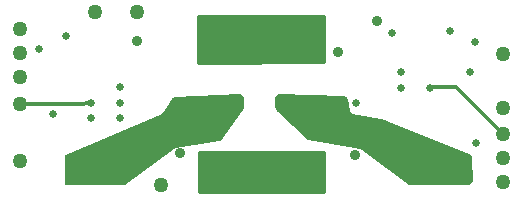
<source format=gbr>
G04 #@! TF.GenerationSoftware,KiCad,Pcbnew,(5.0.0)*
G04 #@! TF.CreationDate,2019-06-25T10:28:51-07:00*
G04 #@! TF.ProjectId,Buffer,4275666665722E6B696361645F706362,rev?*
G04 #@! TF.SameCoordinates,Original*
G04 #@! TF.FileFunction,Copper,L4,Bot,Signal*
G04 #@! TF.FilePolarity,Positive*
%FSLAX46Y46*%
G04 Gerber Fmt 4.6, Leading zero omitted, Abs format (unit mm)*
G04 Created by KiCad (PCBNEW (5.0.0)) date 06/25/19 10:28:51*
%MOMM*%
%LPD*%
G01*
G04 APERTURE LIST*
G04 #@! TA.AperFunction,ComponentPad*
%ADD10C,1.016000*%
G04 #@! TD*
G04 #@! TA.AperFunction,ComponentPad*
%ADD11C,1.270000*%
G04 #@! TD*
G04 #@! TA.AperFunction,SMDPad,CuDef*
%ADD12R,5.080000X2.540000*%
G04 #@! TD*
G04 #@! TA.AperFunction,ViaPad*
%ADD13C,0.635000*%
G04 #@! TD*
G04 #@! TA.AperFunction,ViaPad*
%ADD14C,1.270000*%
G04 #@! TD*
G04 #@! TA.AperFunction,ViaPad*
%ADD15C,0.889000*%
G04 #@! TD*
G04 #@! TA.AperFunction,Conductor*
%ADD16C,0.330200*%
G04 #@! TD*
G04 #@! TA.AperFunction,Conductor*
%ADD17C,0.254000*%
G04 #@! TD*
G04 APERTURE END LIST*
D10*
G04 #@! TO.P,TP2,1*
G04 #@! TO.N,/GNDA1*
X19750000Y12300000D03*
G04 #@! TD*
D11*
G04 #@! TO.P,TP1,1*
G04 #@! TO.N,/GNDA1*
X9906000Y15494000D03*
G04 #@! TD*
D12*
G04 #@! TO.P,TP8,1*
G04 #@! TO.N,/GNDA1*
X20434300Y13096900D03*
G04 #@! TD*
D10*
G04 #@! TO.P,TP2,1*
G04 #@! TO.N,/GNDA1*
X21082000Y12334900D03*
G04 #@! TD*
G04 #@! TO.P,TP2,1*
G04 #@! TO.N,/GNDA1*
X18415000Y12334900D03*
G04 #@! TD*
G04 #@! TO.P,TP2,1*
G04 #@! TO.N,/GNDA1*
X18415000Y13604900D03*
G04 #@! TD*
G04 #@! TO.P,TP2,1*
G04 #@! TO.N,/GNDA1*
X22415500Y12334900D03*
G04 #@! TD*
G04 #@! TO.P,TP2,1*
G04 #@! TO.N,/GNDA1*
X21082000Y13604900D03*
G04 #@! TD*
G04 #@! TO.P,TP2,1*
G04 #@! TO.N,/GNDA1*
X22415500Y13604900D03*
G04 #@! TD*
G04 #@! TO.P,TP2,1*
G04 #@! TO.N,/GNDA1*
X19748500Y13604900D03*
G04 #@! TD*
G04 #@! TO.P,TP2,1*
G04 #@! TO.N,/Vc2Pos*
X21082000Y1397000D03*
G04 #@! TD*
G04 #@! TO.P,TP2,1*
G04 #@! TO.N,/Vc2Pos*
X22415500Y1397000D03*
G04 #@! TD*
G04 #@! TO.P,TP2,1*
G04 #@! TO.N,/LfNeg*
X8318500Y1397000D03*
G04 #@! TD*
G04 #@! TO.P,TP2,1*
G04 #@! TO.N,/CfNeg*
X37528500Y1397000D03*
G04 #@! TD*
G04 #@! TO.P,TP2,1*
G04 #@! TO.N,/CfNeg*
X36195000Y1397000D03*
G04 #@! TD*
G04 #@! TO.P,TP2,1*
G04 #@! TO.N,/CfNeg*
X33528000Y2667000D03*
G04 #@! TD*
G04 #@! TO.P,TP2,1*
G04 #@! TO.N,/CfNeg*
X33528000Y1397000D03*
G04 #@! TD*
G04 #@! TO.P,TP2,1*
G04 #@! TO.N,/CfNeg*
X36195000Y2667000D03*
G04 #@! TD*
G04 #@! TO.P,TP2,1*
G04 #@! TO.N,/CfNeg*
X34861500Y2667000D03*
G04 #@! TD*
G04 #@! TO.P,TP2,1*
G04 #@! TO.N,/CfNeg*
X34861500Y1397000D03*
G04 #@! TD*
G04 #@! TO.P,TP2,1*
G04 #@! TO.N,/CfNeg*
X37528500Y2667000D03*
G04 #@! TD*
D11*
G04 #@! TO.P,TP11,1*
G04 #@! TO.N,/PWMA2*
X40894000Y7366000D03*
G04 #@! TD*
D10*
G04 #@! TO.P,TP2,1*
G04 #@! TO.N,/Vc2Pos*
X19748500Y1397000D03*
G04 #@! TD*
G04 #@! TO.P,TP2,1*
G04 #@! TO.N,/Vc2Pos*
X18415000Y1397000D03*
G04 #@! TD*
G04 #@! TO.P,TP2,1*
G04 #@! TO.N,/Vc2Pos*
X22415500Y2667000D03*
G04 #@! TD*
G04 #@! TO.P,TP2,1*
G04 #@! TO.N,/Vc2Pos*
X21082000Y2667000D03*
G04 #@! TD*
G04 #@! TO.P,TP2,1*
G04 #@! TO.N,/Vc2Pos*
X19748500Y2667000D03*
G04 #@! TD*
G04 #@! TO.P,TP2,1*
G04 #@! TO.N,/Vc2Pos*
X18415000Y2667000D03*
G04 #@! TD*
G04 #@! TO.P,TP2,1*
G04 #@! TO.N,/LfNeg*
X6985000Y2667000D03*
G04 #@! TD*
G04 #@! TO.P,TP2,1*
G04 #@! TO.N,/LfNeg*
X5638800Y2667000D03*
G04 #@! TD*
G04 #@! TO.P,TP2,1*
G04 #@! TO.N,/LfNeg*
X8318500Y2667000D03*
G04 #@! TD*
G04 #@! TO.P,TP2,1*
G04 #@! TO.N,/LfNeg*
X6985000Y1397000D03*
G04 #@! TD*
G04 #@! TO.P,TP2,1*
G04 #@! TO.N,/LfNeg*
X5651500Y1397000D03*
G04 #@! TD*
G04 #@! TO.P,TP2,1*
G04 #@! TO.N,/LfNeg*
X4318000Y2667000D03*
G04 #@! TD*
G04 #@! TO.P,TP2,1*
G04 #@! TO.N,/LfNeg*
X4318000Y1397000D03*
G04 #@! TD*
D12*
G04 #@! TO.P,TP12,1*
G04 #@! TO.N,/LfNeg*
X6350000Y2159000D03*
G04 #@! TD*
G04 #@! TO.P,TP13,1*
G04 #@! TO.N,/CfNeg*
X35560000Y2159000D03*
G04 #@! TD*
D11*
G04 #@! TO.P,TP16,1*
G04 #@! TO.N,/GNDI*
X0Y12065000D03*
G04 #@! TD*
G04 #@! TO.P,TP15,1*
G04 #@! TO.N,/5.5V_Iso*
X6350000Y15494000D03*
G04 #@! TD*
G04 #@! TO.P,TP17,1*
G04 #@! TO.N,/5V*
X0Y14097000D03*
G04 #@! TD*
G04 #@! TO.P,TP5,1*
G04 #@! TO.N,/GNDI*
X40894000Y3175000D03*
G04 #@! TD*
G04 #@! TO.P,TP10,1*
G04 #@! TO.N,/PWMB2*
X40894000Y11938000D03*
G04 #@! TD*
G04 #@! TO.P,TP9,1*
G04 #@! TO.N,/Disable2*
X40894000Y5207000D03*
G04 #@! TD*
G04 #@! TO.P,TP6,1*
G04 #@! TO.N,/Disable1*
X0Y7731000D03*
G04 #@! TD*
G04 #@! TO.P,TP4,1*
G04 #@! TO.N,/5V*
X40894000Y1143000D03*
G04 #@! TD*
G04 #@! TO.P,TP3,1*
G04 #@! TO.N,/PWMB1*
X0Y2921000D03*
G04 #@! TD*
G04 #@! TO.P,TP2,1*
G04 #@! TO.N,/PWMA1*
X0Y10033000D03*
G04 #@! TD*
D12*
G04 #@! TO.P,TP7,1*
G04 #@! TO.N,/Vc2Pos*
X20434300Y2159000D03*
G04 #@! TD*
D13*
G04 #@! TO.N,/GNDI*
X38100000Y10414000D03*
X2800000Y6900000D03*
X1651000Y12387000D03*
X38540000Y13013000D03*
X38608000Y4445000D03*
G04 #@! TO.N,/VDDI1*
X3900000Y13500000D03*
X6000000Y6550000D03*
G04 #@! TO.N,/VDDB1*
X8500000Y7850000D03*
D14*
X11938000Y887420D03*
D13*
G04 #@! TO.N,/VDDB2*
X32258000Y9080500D03*
X31496000Y13716000D03*
G04 #@! TO.N,/Disable1*
X6000000Y7850000D03*
G04 #@! TO.N,/Disable2*
X34700000Y9050000D03*
D15*
G04 #@! TO.N,/CfNeg*
X23266400Y7874000D03*
X26162000Y7874000D03*
X25196800Y7874000D03*
X24231600Y7874000D03*
X22301200Y7874000D03*
X28384500Y3429000D03*
D13*
X28448000Y7823200D03*
G04 #@! TO.N,/5V*
X36450000Y13900000D03*
D15*
G04 #@! TO.N,/5.5V_Iso*
X30226000Y14732000D03*
G04 #@! TO.N,/LfNeg*
X16319500Y7823200D03*
X14389100Y7823200D03*
X18249900Y7823200D03*
X17284700Y7823200D03*
X15354300Y7823200D03*
X13563600Y3556000D03*
D13*
X8509000Y6550000D03*
G04 #@! TO.N,/GNDA1*
X8509000Y9144000D03*
D15*
X9906000Y13081000D03*
X26949400Y12166600D03*
D13*
X32258000Y10414000D03*
G04 #@! TD*
D16*
G04 #@! TO.N,/Disable1*
X5431988Y7731000D02*
X417510Y7731000D01*
X5550988Y7850000D02*
X5431988Y7731000D01*
X6000000Y7850000D02*
X5550988Y7850000D01*
G04 #@! TO.N,/Disable2*
X36957000Y9144000D02*
X40476490Y5624510D01*
X34700000Y9050000D02*
X34794000Y9144000D01*
X34794000Y9144000D02*
X36957000Y9144000D01*
G04 #@! TO.N,/LfNeg*
X6350000Y2832100D02*
X6515100Y2832100D01*
G04 #@! TD*
D17*
G04 #@! TO.N,/LfNeg*
G36*
X18729643Y8434240D02*
X18796000Y8278738D01*
X18796000Y7487599D01*
X18748977Y7340868D01*
X17006447Y4901325D01*
X16841871Y4799234D01*
X13136505Y4201594D01*
X13107626Y4193338D01*
X12970099Y4135683D01*
X12943967Y4120877D01*
X8788041Y1065050D01*
X8638534Y1016000D01*
X4097712Y1016000D01*
X3943408Y1081048D01*
X3882238Y1236928D01*
X3931424Y3204392D01*
X3968922Y3321550D01*
X4063675Y3399994D01*
X12025471Y6829690D01*
X12057567Y6849637D01*
X12199819Y6970775D01*
X12224624Y6999283D01*
X12955523Y8147839D01*
X13155957Y8263480D01*
X18571459Y8493926D01*
X18729643Y8434240D01*
X18729643Y8434240D01*
G37*
X18729643Y8434240D02*
X18796000Y8278738D01*
X18796000Y7487599D01*
X18748977Y7340868D01*
X17006447Y4901325D01*
X16841871Y4799234D01*
X13136505Y4201594D01*
X13107626Y4193338D01*
X12970099Y4135683D01*
X12943967Y4120877D01*
X8788041Y1065050D01*
X8638534Y1016000D01*
X4097712Y1016000D01*
X3943408Y1081048D01*
X3882238Y1236928D01*
X3931424Y3204392D01*
X3968922Y3321550D01*
X4063675Y3399994D01*
X12025471Y6829690D01*
X12057567Y6849637D01*
X12199819Y6970775D01*
X12224624Y6999283D01*
X12955523Y8147839D01*
X13155957Y8263480D01*
X18571459Y8493926D01*
X18729643Y8434240D01*
G04 #@! TO.N,/CfNeg*
G36*
X27369866Y8335112D02*
X27503863Y8283733D01*
X27576716Y8160095D01*
X27772705Y7175019D01*
X27785709Y7139102D01*
X27875956Y6973243D01*
X27907676Y6935173D01*
X27930150Y6920634D01*
X28098614Y6835350D01*
X28134901Y6823419D01*
X30519086Y6422234D01*
X30572653Y6407028D01*
X37969580Y3396650D01*
X38067079Y3318422D01*
X38105841Y3199586D01*
X38154638Y1296510D01*
X38094383Y1141389D01*
X37941635Y1075356D01*
X33082357Y1017507D01*
X32929475Y1066831D01*
X28963901Y3995256D01*
X28938773Y4009701D01*
X28806578Y4066741D01*
X28778829Y4075112D01*
X24394036Y4866811D01*
X24262478Y4934632D01*
X21792791Y7345517D01*
X21717000Y7525420D01*
X21717000Y8283050D01*
X21782425Y8437701D01*
X21938974Y8498447D01*
X27369866Y8335112D01*
X27369866Y8335112D01*
G37*
X27369866Y8335112D02*
X27503863Y8283733D01*
X27576716Y8160095D01*
X27772705Y7175019D01*
X27785709Y7139102D01*
X27875956Y6973243D01*
X27907676Y6935173D01*
X27930150Y6920634D01*
X28098614Y6835350D01*
X28134901Y6823419D01*
X30519086Y6422234D01*
X30572653Y6407028D01*
X37969580Y3396650D01*
X38067079Y3318422D01*
X38105841Y3199586D01*
X38154638Y1296510D01*
X38094383Y1141389D01*
X37941635Y1075356D01*
X33082357Y1017507D01*
X32929475Y1066831D01*
X28963901Y3995256D01*
X28938773Y4009701D01*
X28806578Y4066741D01*
X28778829Y4075112D01*
X24394036Y4866811D01*
X24262478Y4934632D01*
X21792791Y7345517D01*
X21717000Y7525420D01*
X21717000Y8283050D01*
X21782425Y8437701D01*
X21938974Y8498447D01*
X27369866Y8335112D01*
G04 #@! TO.N,/GNDA1*
G36*
X25781000Y11251611D02*
X15112260Y11201989D01*
X15088922Y15216200D01*
X25781000Y15216200D01*
X25781000Y11251611D01*
X25781000Y11251611D01*
G37*
X25781000Y11251611D02*
X15112260Y11201989D01*
X15088922Y15216200D01*
X25781000Y15216200D01*
X25781000Y11251611D01*
G04 #@! TO.N,/Vc2Pos*
G36*
X25755600Y304800D02*
X15189200Y304800D01*
X15189200Y3683000D01*
X25755600Y3683000D01*
X25755600Y304800D01*
X25755600Y304800D01*
G37*
X25755600Y304800D02*
X15189200Y304800D01*
X15189200Y3683000D01*
X25755600Y3683000D01*
X25755600Y304800D01*
G04 #@! TD*
M02*

</source>
